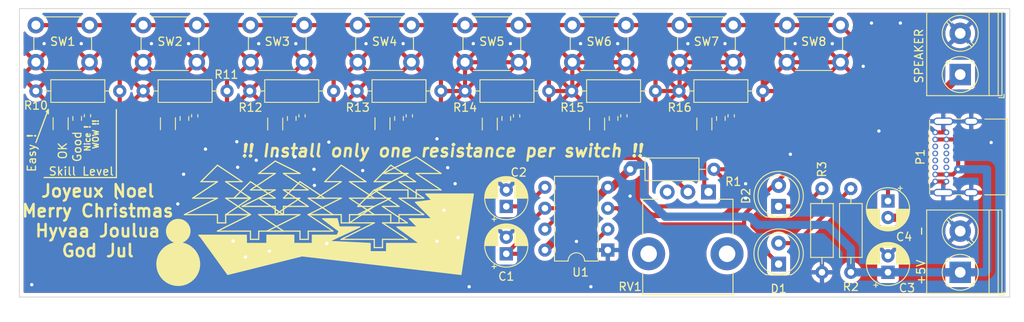
<source format=kicad_pcb>
(kicad_pcb (version 20211014) (generator pcbnew)
  (layers (0 "F.Cu" signal) (31 "B.Cu" signal) (34 "B.Paste" user) (35 "F.Paste" user) (36 "B.SilkS" user "B.Silkscreen") (37 "F.SilkS" user "F.Silkscreen") (38 "B.Mask" user) (39 "F.Mask" user) (44 "Edge.Cuts" user))
  (net 0 "")
  (net 1 "GND")
  (net 2 "Net-(D2-Pad1)")
  (net 3 "+5V")
  (net 4 "Net-(R2-Pad2)")
  (net 5 "Net-(R10-Pad1)")
  (net 6 "Net-(R13-Pad2)")
  (net 7 "Net-(R14-Pad2)")
  (net 8 "Net-(R10-Pad2)")
  (net 9 "Net-(R16-Pad2)")
  (net 10 "Net-(R11-Pad2)")
  (net 11 "Net-(R12-Pad2)")
  (net 12 "Net-(R15-Pad2)")
  (net 17 "Net-(RV1-Pad2)")
  (net 18 "Net-(U1-Pad5)")
  (net 19 "Net-(SW1-Pad2)")
  (net 21 "Net-(D1-Pad1)")
  (net 22 "Net-(LS1-Pad1)")
  (footprint "Resistor_SMD:R_0402_1005Metric" (layer "F.Cu") (at 78.25 70.01 -90)
    (fp_text reference "R43" hide)
    (fp_text value "2k")
  )
  (footprint "Resistor_SMD:R_0201_0603Metric" (layer "F.Cu") (at 40.25 69.82 -90)
    (fp_text reference "R50" hide)
    (fp_text value "2k")
  )
  (footprint "Resistor_THT:R_Axial_DIN0207_L6.3mm_D2.5mm_P10.16mm_Horizontal" (layer "F.Cu") (at 46 67)
    (fp_text reference "R11")
    (fp_text value "2k")
  )
  (footprint "Resistor_THT:R_Axial_DIN0207_L6.3mm_D2.5mm_P10.16mm_Horizontal" (layer "F.Cu") (at 128.25 78.84 -90)
    (fp_text reference "R3")
    (fp_text value "220")
  )
  (footprint "Button_Switch_THT:SW_PUSH_6mm" (layer "F.Cu") (at 104.5 63.5 180)
    (fp_text reference "SW6")
    (fp_text value "SW_Push")
  )
  (footprint "Resistor_SMD:R_0402_1005Metric" (layer "F.Cu") (at 104.25 70.01 -90)
    (fp_text reference "R45" hide)
    (fp_text value "2k")
  )
  (footprint "Button_Switch_THT:SW_PUSH_6mm" (layer "F.Cu") (at 39.5 63.5 180)
    (fp_text reference "SW1")
    (fp_text value "SW_Push")
  )
  (footprint "Resistor_SMD:R_0201_0603Metric" (layer "F.Cu") (at 118.25 69.845 -90)
    (fp_text reference "R56" hide)
    (fp_text value "1k")
  )
  (footprint "LED_THT:LED_D5.0mm" (layer "F.Cu") (at 123 81 90)
    (fp_text reference "D2")
    (fp_text value "LED")
  )
  (footprint "Resistor_SMD:R_0402_1005Metric" (layer "F.Cu") (at 65.25 70.01 -90)
    (fp_text reference "R42" hide)
    (fp_text value "2k")
  )
  (footprint "Resistor_SMD:R_1206_3216Metric" (layer "F.Cu") (at 49 70.9625 -90)
    (fp_text reference "R21" hide)
    (fp_text value "2k")
  )
  (footprint "Resistor_THT:R_Axial_DIN0207_L6.3mm_D2.5mm_P10.16mm_Horizontal" (layer "F.Cu") (at 71.92 67)
    (fp_text reference "R13")
    (fp_text value "2k")
  )
  (footprint "Button_Switch_THT:SW_PUSH_6mm" (layer "F.Cu") (at 130.5 63.5 180)
    (fp_text reference "SW8")
    (fp_text value "SW_Push")
  )
  (footprint "Capacitor_THT:CP_Radial_D5.0mm_P2.00mm" (layer "F.Cu") (at 136.25 80.35 -90)
    (fp_text reference "C4")
    (fp_text value "10uF")
  )
  (footprint "Button_Switch_THT:SW_PUSH_6mm" (layer "F.Cu") (at 52.5 63.5 180)
    (fp_text reference "SW2")
    (fp_text value "SW_Push")
  )
  (footprint "Resistor_SMD:R_1206_3216Metric" (layer "F.Cu") (at 101 71 -90)
    (fp_text reference "R25" hide)
    (fp_text value "2k")
  )
  (footprint "Resistor_SMD:R_1206_3216Metric" (layer "F.Cu") (at 88 71 -90)
    (fp_text reference "R24" hide)
    (fp_text value "2k")
  )
  (footprint "Resistor_THT:R_Axial_DIN0207_L6.3mm_D2.5mm_P10.16mm_Horizontal" (layer "F.Cu") (at 85 67)
    (fp_text reference "R14")
    (fp_text value "2k")
  )
  (footprint "Resistor_SMD:R_0201_0603Metric" (layer "F.Cu") (at 92.25 69.845 -90)
    (fp_text reference "R54" hide)
    (fp_text value "2k")
  )
  (footprint "Resistor_SMD:R_1206_3216Metric" (layer "F.Cu") (at 75 70.9625 -90)
    (fp_text reference "R23" hide)
    (fp_text value "2k")
  )
  (footprint "Resistor_SMD:R_0201_0603Metric" (layer "F.Cu") (at 66.25 69.845 -90)
    (fp_text reference "R52" hide)
    (fp_text value "2k")
  )
  (footprint "Resistor_SMD:R_0603_1608Metric" (layer "F.Cu") (at 116 70.325 -90)
    (fp_text reference "R36" hide)
    (fp_text value "1k")
  )
  (footprint "TerminalBlock_Phoenix:TerminalBlock_Phoenix_PT-1,5-2-5.0-H_1x02_P5.00mm_Horizontal" (layer "F.Cu") (at 145 65 90)
    (fp_text reference "LS1" hide)
    (fp_text value "Speaker")
  )
  (footprint "Resistor_SMD:R_1206_3216Metric" (layer "F.Cu") (at 62 71 -90)
    (fp_text reference "R22" hide)
    (fp_text value "2k")
  )
  (footprint "Capacitor_THT:CP_Radial_D5.0mm_P2.00mm" (layer "F.Cu") (at 136.25 89 90)
    (fp_text reference "C3")
    (fp_text value "10uF")
  )
  (footprint "Resistor_SMD:R_0603_1608Metric" (layer "F.Cu") (at 38 70.325 -90)
    (fp_text reference "R30" hide)
    (fp_text value "2k")
  )
  (footprint "Button_Switch_THT:SW_PUSH_6mm" (layer "F.Cu") (at 65.5 63.5 180)
    (fp_text reference "SW3")
    (fp_text value "SW_Push")
  )
  (footprint "TerminalBlock_Phoenix:TerminalBlock_Phoenix_PT-1,5-2-5.0-H_1x02_P5.00mm_Horizontal" (layer "F.Cu") (at 145 89 90)
    (fp_text reference "J2" hide)
    (fp_text value "Screw_Terminal_01x02")
  )
  (footprint "Resistor_SMD:R_0402_1005Metric" (layer "F.Cu") (at 91.25 70.01 -90)
    (fp_text reference "R44" hide)
    (fp_text value "2k")
  )
  (footprint "Resistor_SMD:R_0201_0603Metric" (layer "F.Cu") (at 79.25 69.845 -90)
    (fp_text reference "R53" hide)
    (fp_text value "2k")
  )
  (footprint "Resistor_SMD:R_0402_1005Metric" (layer "F.Cu") (at 52.25 70.01 -90)
    (fp_text reference "R41" hide)
    (fp_text value "2k")
  )
  (footprint "Button_Switch_THT:SW_PUSH_6mm" (layer "F.Cu") (at 91.5 63.5 180)
    (fp_text reference "SW5")
    (fp_text value "SW_Push")
  )
  (footprint "Resistor_SMD:R_0402_1005Metric" (layer "F.Cu") (at 117.25 70.01 -90)
    (fp_text reference "R46" hide)
    (fp_text value "1k")
  )
  (footprint "Connector_USB:USB_C_Receptacle_GCT_USB4085" (layer "F.Cu") (at 141.975 77.975 90)
    (fp_text reference "P1")
    (fp_text value "USB_C_Plug_USB2.0")
  )
  (footprint "Resistor_SMD:R_0201_0603Metric" (layer "F.Cu") (at 53.25 69.845 -90)
    (fp_text reference "R51" hide)
    (fp_text value "2k")
  )
  (footprint "Resistor_SMD:R_1206_3216Metric" (layer "F.Cu") (at 36 70.9625 -90)
    (fp_text reference "R20" hide)
    (fp_text value "2k")
  )
  (footprint "Package_DIP:DIP-8_W7.62mm" (layer "F.Cu") (at 102.3 86.3 180)
    (fp_text reference "U1")
    (fp_text value "NE555P")
  )
  (footprint "Capacitor_THT:CP_Radial_D5.0mm_P2.00mm" (layer "F.Cu") (at 90 86.75 90)
    (fp_text reference "C1")
    (fp_text value "10uF")
  )
  (footprint "Resistor_SMD:R_0402_1005Metric" (layer "F.Cu") (at 39.25 70 -90)
    (fp_text reference "R40" hide)
    (fp_text value "2k")
  )
  (footprint "Resistor_SMD:R_0603_1608Metric" (layer "F.Cu") (at 90 70.325 -90)
    (fp_text reference "R34" hide)
    (fp_text value "2k")
  )
  (footprint "Resistor_THT:R_Axial_DIN0207_L6.3mm_D2.5mm_P10.16mm_Horizontal" (layer "F.Cu") (at 110.92 67)
    (fp_text reference "R16")
    (fp_text value "1k")
  )
  (footprint "Potentiometer_THT:Potentiometer_TT_P0915N" (layer "F.Cu") (at 114.5 79.25 180)
    (fp_text reference "RV1")
    (fp_text value "10k")
  )
  (footprint "Resistor_SMD:R_0201_0603Metric" (layer "F.Cu") (at 105.25 69.845 -90)
    (fp_text reference "R55" hide)
    (fp_text value "2k")
  )
  (footprint "Resistor_SMD:R_0603_1608Metric" (layer "F.Cu") (at 103 70.325 -90)
    (fp_text reference "R35" hide)
    (fp_text value "2k")
  )
  (footprint "Resistor_SMD:R_0603_1608Metric" (layer "F.Cu") (at 64 70.325 -90)
    (fp_text reference "R32" hide)
    (fp_text value "2k")
  )
  (footprint "Resistor_THT:R_Axial_DIN0207_L6.3mm_D2.5mm_P10.16mm_Horizontal" (layer "F.Cu") (at 33 67)
    (fp_text reference "R10")
    (fp_text value "2k")
  )
  (footprint "LED_THT:LED_D5.0mm" (layer "F.Cu") (at 123 88 90)
    (fp_text reference "D1")
    (fp_text value "LED")
  )
  (footprint "Resistor_THT:R_Axial_DIN0207_L6.3mm_D2.5mm_P10.16mm_Horizontal" (layer "F.Cu") (at 58.92 67)
    (fp_text reference "R12")
    (fp_text value "2k")
  )
  (footprint "Resistor_THT:R_Axial_DIN0207_L6.3mm_D2.5mm_P10.16mm_Horizontal" (layer "F.Cu") (at 131.75 89 90)
    (fp_text reference "R2")
    (fp_text value "220")
  )
  (footprint "Resistor_SMD:R_0603_1608Metric" (layer "F.Cu") (at 51 70.325 -90)
    (fp_text reference "R31" hide)
    (fp_text value "2k")
  )
  (footprint "Capacitor_THT:CP_Radial_D5.0mm_P2.00mm" (layer "F.Cu") (at 90 81 90)
    (fp_text reference "C2")
    (fp_text value "10uF")
  )
  (footprint "Resistor_THT:R_Axial_DIN0207_L6.3mm_D2.5mm_P10.16mm_Horizontal" (layer "F.Cu") (at 105 76.5)
    (fp_text reference "R1")
    (fp_text value "1k")
  )
  (footprint "Resistor_SMD:R_1206_3216Metric" (layer "F.Cu") (at 114 71 -90)
    (fp_text reference "R26" hide)
    (fp_text value "1k")
  )
  (footprint "Button_Switch_THT:SW_PUSH_6mm" (layer "F.Cu") (at 78.5 63.5 180)
    (fp_text reference "SW4")
    (fp_text value "SW_Push")
  )
  (footprint "Resistor_THT:R_Axial_DIN0207_L6.3mm_D2.5mm_P10.16mm_Horizontal" (layer "F.Cu") (at 97.92 67)
    (fp_text reference "R15")
    (fp_text value "2k")
  )
  (footprint "Resistor_SMD:R_0603_1608Metric" (layer "F.Cu") (at 77 70.325 -90)
    (fp_text reference "R33" hide)
    (fp_text value "2k")
  )
  (footprint "Button_Switch_THT:SW_PUSH_6mm" (layer "F.Cu") (at 117.5 63.5 180)
    (fp_text reference "SW7")
    (fp_text value "SW_Push")
  )
  (gr_line (start 56 83) (end 56 82) (layer "F.SilkS") (width 0.15))
  (gr_line (start 76 80) (end 72 82) (layer "F.SilkS") (width 0.15))
  (gr_line (start 66 80) (end 68 80) (layer "F.SilkS") (width 0.15))
  (gr_line (start 55 84) (end 59 84) (layer "F.SilkS") (width 0.15))
  (gr_line (start 56 82) (end 59 82) (layer "F.SilkS") (width 0.15))
  (gr_line (start 66 82) (end 69 82) (layer "F.SilkS") (width 0.15))
  (gr_line (start 62 80) (end 59 78) (layer "F.SilkS") (width 0.15))
  (gr_line (start 63 82) (end 63 81) (layer "F.SilkS") (width 0.15))
  (gr_line (start 34.5 69.75) (end 34.5 69.25) (layer "F.SilkS") (width 0.15))
  (gr_line (start 79.087651 79) (end 82.087651 79) (layer "F.SilkS") (width 0.15))
  (gr_line (start 69 84) (end 66 82) (layer "F.SilkS") (width 0.15))
  (gr_line (start 60 84) (end 63 84) (layer "F.SilkS") (width 0.15))
  (gr_line (start 77 81) (end 74 79) (layer "F.SilkS") (width 0.15))
  (gr_line (start 70 83) (end 71 83) (layer "F.SilkS") (width 0.15))
  (gr_line (start 72 81) (end 74 81) (layer "F.SilkS") (width 0.15))
  (gr_line (start 55 78) (end 52 80) (layer "F.SilkS") (width 0.15))
  (gr_line (start 74 81) (end 71 83) (layer "F.SilkS") (width 0.15))
  (gr_line (start 52 80) (end 55 80) (layer "F.SilkS") (width 0.15))
  (gr_line (start 60 80) (end 62 80) (layer "F.SilkS") (width 0.15))
  (gr_line (start 78 85) (end 75 83) (layer "F.SilkS") (width 0.15))
  (gr_line (start 59 82) (end 56 80) (layer "F.SilkS") (width 0.15))
  (gr_line (start 75 86) (end 75 85) (layer "F.SilkS") (width 0.15))
  (gr_line (start 63 80) (end 65 80) (layer "F.SilkS") (width 0.15))
  (gr_line (start 58 81) (end 62 81) (layer "F.SilkS") (width 0.15))
  (gr_line (start 56 82) (end 59 82) (layer "F.SilkS") (width 0.15))
  (gr_line (start 63 79) (end 66 79) (layer "F.SilkS") (width 0.15))
  (gr_line (start 71 80) (end 74 80) (layer "F.SilkS") (width 0.15))
  (gr_line (start 63 77) (end 65 77) (layer "F.SilkS") (width 0.15))
  (gr_line (start 78.087651 77) (end 74.087651 79) (layer "F.SilkS") (width 0.15))
  (gr_line (start 78 83) (end 75 81) (layer "F.SilkS") (width 0.15))
  (gr_line (start 59 80) (end 56 78) (layer "F.SilkS") (width 0.15))
  (gr_line (start 78.087651 80) (end 79.087651 80) (layer "F.SilkS") (width 0.15))
  (gr_line (start 65 82) (end 61 84) (layer "F.SilkS") (width 0.15))
  (gr_line (start 62 81) (end 62 82) (layer "F.SilkS") (width 0.15))
  (gr_line (start 62 82) (end 65 82) (layer "F.SilkS") (width 0.15))
  (gr_line (start 65 85) (end 66 85) (layer "F.SilkS") (width 0.15))
  (gr_line (start 66 79) (end 63 77) (layer "F.SilkS") (width 0.15))
  (gr_line (start 59 85) (end 60 85) (layer "F.SilkS") (width 0.15))
  (gr_line (start 57 80) (end 59 80) (layer "F.SilkS") (width 0.15))
  (gr_line (start 65 77) (end 62 75.5) (layer "F.SilkS") (width 0.15))
  (gr_line (start 70 76) (end 68 78) (layer "F.SilkS") (width 0.15))
  (gr_line (start 70 78) (end 67 80) (layer "F.SilkS") (width 0.15))
  (gr_line (start 60 85) (end 60 84) (layer "F.SilkS") (width 0.15))
  (gr_line (start 55 80) (end 51 82) (layer "F.SilkS") (width 0.15))
  (gr_line (start 74 83) (end 70 85) (layer "F.SilkS") (width 0.15))
  (gr_line (start 74 80) (end 71 78) (layer "F.SilkS") (width 0.15))
  (gr_line (start 55 82) (end 55 83) (layer "F.SilkS") (width 0.15))
  (gr_line (start 55 76) (end 53 78) (layer "F.SilkS") (width 0.15))
  (gr_line (start 77 80) (end 80 80) (layer "F.SilkS") (width 0.15))
  (gr_line (start 65 78) (end 63 80) (layer "F.SilkS") (width 0.15))
  (gr_line (start 42.75 77.5) (end 42.75 69.25) (layer "F.SilkS") (width 0.15))
  (gr_line (start 72 82) (end 76 82) (layer "F.SilkS") (width 0.15))
  (gr_line (start 79 78) (end 76 76) (layer "F.SilkS") (width 0.15))
  (gr_line (start 76 83) (end 77 83) (layer "F.SilkS") (width 0.15))
  (gr_line (start 66 82) (end 70 82) (layer "F.SilkS") (width 0.15))
  (gr_line (start 82.087651 79) (end 79.087651 77) (layer "F.SilkS") (width 0.15))
  (gr_line (start 63 82) (end 60 80) (layer "F.SilkS") (width 0.15))
  (gr_line (start 77 82) (end 80 82) (layer "F.SilkS") (width 0.15))
  (gr_line (start 59 84) (end 59 85) (layer "F.SilkS") (width 0.15))
  (gr_line (start 75 83) (end 78 83) (layer "F.SilkS") (width 0.15))
  (gr_line (start 76 78) (end 73 80) (layer "F.SilkS") (width 0.15))
  (gr_line (start 75 85) (end 78 85) (layer "F.SilkS") (width 0.15))
  (gr_line (start 74 86) (end 75 86) (layer "F.SilkS") (width 0.15))
  (gr_line (start 71 78) (end 73 78) (layer "F.SilkS") (width 0.15))
  (gr_line (start 74 79) (end 72 81) (layer "F.SilkS") (width 0.15))
  (gr_line (start 59 79) (end 62 79) (layer "F.SilkS") (width 0.15))
  (gr_line (start 80 80) (end 77 78) (layer "F.SilkS") (width 0.15))
  (gr_line (start 66 84) (end 69 84) (layer "F.SilkS") (width 0.15))
  (gr_line (start 62 82) (end 63 82) (layer "F.SilkS") (width 0.15))
  (gr_line (start 65 80) (end 62 82) (layer "F.SilkS") (width 0.15))
  (gr_line (start 59 78) (end 57 80) (layer "F.SilkS") (width 0.15))
  (gr_line (start 79.087651 77) (end 82.087651 77) (layer "F.SilkS") (width 0.15))
  (gr_line (start 82.087651 77) (end 79.087651 75) (layer "F.SilkS") (width 0.15))
  (gr_line (start 51 82) (end 55 82) (layer "F.SilkS") (width 0.15))
  (gr_line (start 33 73.25) (end 34.5 69.25) (layer "F.SilkS") (width 0.15))
  (gr_line (start 62 79) (end 58 81) (layer "F.SilkS") (width 0.15))
  (gr_line (start 71 83) (end 74 83) (layer "F.SilkS") (width 0.15))
  (gr_line (start 62 75.5) (end 60 77) (layer "F.SilkS") (width 0.15))
  (gr_line (start 63 84) (end 60 82) (layer "F.SilkS") (width 0.15))
  (gr_line (start 75 81) (end 77 81) (layer "F.SilkS") (width 0.15))
  (gr_line (start 70 82) (end 70 83) (layer "F.SilkS") (width 0.15))
  (gr_line (start 78.087651 79) (end 78.087651 80) (layer "F.SilkS") (width 0.15))
  (gr_circle (center 42.828426 80) (end 42.828426 80) (layer "F.SilkS") (width 0.15) (fill none))
  (gr_line (start 68 80) (end 65 78) (layer "F.SilkS") (width 0.15))
  (gr_line (start 61 84) (end 65 84) (layer "F.SilkS") (width 0.15))
  (gr_line (start 70 80) (end 66 82) (layer "F.SilkS") (width 0.15))
  (gr_line (start 59 80) (end 56 82) (layer "F.SilkS") (width 0.15))
  (gr_line (start 55 83) (end 56 83) (layer "F.SilkS") (width 0.15))
  (gr_line (start 70 85) (end 74 85) (layer "F.SilkS") (width 0.15))
  (gr_line (start 60 77) (end 62 77) (layer "F.SilkS") (width 0.15))
  (gr_line (start 71 83) (end 71 82) (layer "F.SilkS") (width 0.15))
  (gr_line (start 34 77.5) (end 42.75 77.5) (layer "F.SilkS") (width 0.15))
  (gr_line (start 73 80) (end 76 80) (layer "F.SilkS") (width 0.15))
  (gr_line (start 56 80) (end 59 80) (layer "F.SilkS") (width 0.15))
  (gr_circle (center 50.25 84) (end 51.664214 84) (layer "F.SilkS") (width 0.15) (fill solid))
  (gr_line (start 56 78) (end 58 78) (layer "F.SilkS") (width 0.15))
  (gr_line (start 66 81) (end 63 79) (layer "F.SilkS") (width 0.15))
  (gr_line (start 69 82) (end 66 80) (layer "F.SilkS") (width 0.15))
  (gr_line (start 79.087651 80) (end 79.087651 79) (layer "F.SilkS") (width 0.15))
  (gr_line (start 63 81) (end 66 81) (layer "F.SilkS") (width 0.15))
  (gr_poly (pts (xy 84.5 89.25) (xy 65.25 87) (xy 56.25 89.25) (xy 53 84.75) (xy 52.75 84.5) (xy 58.5 84.5) (xy 58.5 85.5) (xy 61 85.5) (xy 61 84.5) (xy 64.25 84.5) (xy 64.25 85.5) (xy 66.5 85.5) (xy 66.5 84.5) (xy 69.5 84.5) (xy 69.75 84) (xy 67.75 82.5) (xy 69.5 82.5) (xy 69.75 83.5) (xy 72.25 83.5) (xy 68.5 85.25) (xy 73.5 85.5) (xy 73.5 86.5) (xy 75.5 86.5) (xy 75.5 85.5) (xy 79.5 85.5) (xy 76.75 83.5) (xy 79.25 83.5) (xy 78.25 82.5) (xy 81 82.5) (xy 79 80.5) (xy 81 80.25) (xy 80.25 79.5) (xy 86 79.5)) (layer "F.SilkS") (width 0.15) (fill solid))
  (gr_line (start 71 82) (end 74 82) (layer "F.SilkS") (width 0.15))
  (gr_line (start 80 82) (end 77 80) (layer "F.SilkS") (width 0.15))
  (gr_line (start 59 82) (end 55 84) (layer "F.SilkS") (width 0.15))
  (gr_line (start 34.5 69.25) (end 34.25 69.5) (layer "F.SilkS") (width 0.15))
  (gr_line (start 76 76) (end 74 78) (layer "F.SilkS") (width 0.15))
  (gr_line (start 34.5 69.25) (end 34.5 69.75) (layer "F.SilkS") (width 0.15))
  (gr_line (start 58 78) (end 55 76) (layer "F.SilkS") (width 0.15))
  (gr_line (start 62 77) (end 59 79) (layer "F.SilkS") (width 0.15))
  (gr_line (start 74 82) (end 71 80) (layer "F.SilkS") (width 0.15))
  (gr_line (start 67 80) (end 70 80) (layer "F.SilkS") (width 0.15))
  (gr_line (start 53 78) (end 55 78) (layer "F.SilkS") (width 0.15))
  (gr_circle (center 50.25 88) (end 52.835787 88) (layer "F.SilkS") (width 0.15) (fill solid))
  (gr_line (start 77 78) (end 79 78) (layer "F.SilkS") (width 0.15))
  (gr_line (start 74 85) (end 74 86) (layer "F.SilkS") (width 0.15))
  (gr_line (start 68 78) (end 70 78) (layer "F.SilkS") (width 0.15))
  (gr_line (start 73 78) (end 70 76) (layer "F.SilkS") (width 0.15))
  (gr_line (start 65 84) (end 65 85) (layer "F.SilkS") (width 0.15))
  (gr_line (start 60 82) (end 63 82) (layer "F.SilkS") (width 0.15))
  (gr_line (start 74 78) (end 76 78) (layer "F.SilkS") (width 0.15))
  (gr_line (start 74.087651 79) (end 78.087651 79) (layer "F.SilkS") (width 0.15))
  (gr_line (start 76 82) (end 76 83) (layer "F.SilkS") (width 0.15))
  (gr_line (start 66 85) (end 66 84) (layer "F.SilkS") (width 0.15))
  (gr_line (start 79.087651 75) (end 75.087651 77) (layer "F.SilkS") (width 0.15))
  (gr_line (start 75.087651 77) (end 78.087651 77) (layer "F.SilkS") (width 0.15))
  (gr_line (start 77 83) (end 77 82) (layer "F.SilkS") (width 0.15))
  (gr_line (start 31 92) (end 151 92) (layer "Edge.Cuts") (width 0.1))
  (gr_line (start 151 57) (end 31 57) (layer "Edge.Cuts") (width 0.1))
  (gr_line (start 151 92) (end 151 57) (layer "Edge.Cuts") (width 0.1))
  (gr_line (start 31 57) (end 31 92) (layer "Edge.Cuts") (width 0.1))
  (gr_text "Joyeux Noel\nMerry Christmas\nHyvaa Joulua\nGod Jul" (at 40.5 82.75) (layer "F.SilkS") (effects (font (size 1.5 1.5) (thickness 0.3))))
  (gr_text "Easy !" (at 32.5 74.5 90) (layer "F.SilkS") (effects (font (size 1 1))))
  (gr_text "SPEAKER\n" (at 140 62.75 90) (layer "F.SilkS") (effects (font (size 1 1))))
  (gr_text "WOW !!\n" (at 40.25 72.25 90) (layer "F.SilkS") (effects (font (size 0.7 0.7))))
  (gr_text "+5V\n" (at 140.25 89 90) (layer "F.SilkS") (effects (font (size 1 1))))
  (gr_text "Skill Level" (at 38.5 76.75) (layer "F.SilkS") (effects (font (size 1 1))))
  (gr_text "Good" (at 38 73.75 90) (layer "F.SilkS") (effects (font (size 1 1))))
  (gr_text "OK" (at 36.25 74.25 90) (layer "F.SilkS") (effects (font (size 1 1))))
  (gr_text "-" (at 140.25 84 90) (layer "F.SilkS") (effects (font (size 1 1))))
  (gr_text "Nice !" (at 39.25 72.75 90) (layer "F.SilkS") (effects (font (size 0.7 0.7))))
  (gr_text "!! Install only one resistance per switch !!" (at 82.25 74.25) (layer "F.SilkS") (effects (font (size 1.5 1.5) (thickness 0.3) italic)))
  (segment (start 142.955 79.325) (end 142.955 78.345) (width 0.5) (layer "F.Cu") (net 1))
  (segment (start 142.955 78.345) (end 143.325 77.975) (width 0.5) (layer "F.Cu") (net 1))
  (segment (start 143.325 72.025) (end 141.975 72.025) (width 0.5) (layer "F.Cu") (net 1))
  (segment (start 142.955 70.675) (end 142.955 71.655) (width 0.5) (layer "F.Cu") (net 1))
  (segment (start 143.325 77.975) (end 141.975 77.975) (width 0.5) (layer "F.Cu") (net 1))
  (segment (start 142.955 71.655) (end 143.325 72.025) (width 0.5) (layer "F.Cu") (net 1))
  (via (at 77.5 61.25) (size 0.8) (drill 0.4) (layers "F.Cu" "B.Cu") (net 1))
  (via (at 124.422655 74.672655) (size 0.8) (drill 0.4) (layers "F.Cu" "B.Cu") (net 1))
  (via (at 56.9 85.2) (size 0.8) (drill 0.4) (layers "F.Cu" "B.Cu") (net 1))
  (via (at 84.156 84.771303) (size 0.8) (drill 0.4) (layers "F.Cu" "B.Cu") (net 1))
  (via (at 68.25 85.5) (size 0.8) (drill 0.4) (layers "F.Cu" "B.Cu") (net 1))
  (via (at 66.75 78.45) (size 0.8) (drill 0.4) (layers "F.Cu" "B.Cu") (net 1))
  (via (at 116.5 61.25) (size 0.8) (drill 0.4) (layers "F.Cu" "B.Cu") (net 1))
  (via (at 64.5 61.25) (size 0.8) (drill 0.4) (layers "F.Cu" "B.Cu") (net 1))
  (via (at 72.6 76.65) (size 0.8) (drill 0.4) (layers "F.Cu" "B.Cu") (net 1))
  (via (at 125 61.25) (size 0.8) (drill 0.4) (layers "F.Cu" "B.Cu") (net 1))
  (via (at 50.2 80.7) (size 0.8) (drill 0.4) (layers "F.Cu" "B.Cu") (net 1))
  (via (at 68.5 73.2) (size 0.8) (drill 0.4) (layers "F.Cu" "B.Cu") (net 1))
  (via (at 60 61.25) (size 0.8) (drill 0.4) (layers "F.Cu" "B.Cu") (net 1))
  (via (at 103.5 61.25) (size 0.8) (drill 0.4) (layers "F.Cu" "B.Cu") (net 1))
  (via (at 100.25 90.75) (size 0.8) (drill 0.4) (layers "F.Cu" "B.Cu") (net 1))
  (via (at 135.15 71.85) (size 0.8) (drill 0.4) (layers "F.Cu" "B.Cu") (net 1))
  (via (at 64.35 75) (size 0.8) (drill 0.4) (layers "F.Cu" "B.Cu") (net 1))
  (via (at 38.5 61.25) (size 0.8) (drill 0.4) (layers "F.Cu" "B.Cu") (net 1))
  (via (at 90.5 61.25) (size 0.8) (drill 0.4) (layers "F.Cu" "B.Cu") (net 1))
  (via (at 137.75 58.75) (size 0.8) (drill 0.4) (layers "F.Cu" "B.Cu") (net 1))
  (via (at 119 80) (size 0.8) (drill 0.4) (layers "F.Cu" "B.Cu") (net 1))
  (via (at 57.35 73.15) (size 0.8) (drill 0.4) (layers "F.Cu" "B.Cu") (net 1))
  (via (at 47 61.25) (size 0.8) (drill 0.4) (layers "F.Cu" "B.Cu") (net 1))
  (via (at 51.5 61.25) (size 0.8) (drill 0.4) (layers "F.Cu" "B.Cu") (net 1))
  (via (at 134.25 58.75) (size 0.8) (drill 0.4) (layers "F.Cu" "B.Cu") (net 1))
  (via (at 129.5 61.25) (size 0.8) (drill 0.4) (layers "F.Cu" "B.Cu") (net 1))
  (via (at 82.9 76.3) (size 0.8) (drill 0.4) (layers "F.Cu" "B.Cu") (net 1))
  (via (at 99 61.25) (size 0.8) (drill 0.4) (layers "F.Cu" "B.Cu") (net 1))
  (via (at 83.8 78.25) (size 0.8) (drill 0.4) (layers "F.Cu" "B.Cu") (net 1))
  (via (at 58.386458 87.142459) (size 0.8) (drill 0.4) (layers "F.Cu" "B.Cu") (net 1))
  (via (at 81.6 72.8) (size 0.8) (drill 0.4) (layers "F.Cu" "B.Cu") (net 1))
  (via (at 73 61.25) (size 0.8) (drill 0.4) (layers "F.Cu" "B.Cu") (net 1))
  (via (at 82.455926 81.460633) (size 0.8) (drill 0.4) (layers "F.Cu" "B.Cu") (net 1))
  (via (at 34 61.25) (size 0.8) (drill 0.4) (layers "F.Cu" "B.Cu") (net 1))
  (via (at 50.9 77.1) (size 0.8) (drill 0.4) (layers "F.Cu" "B.Cu") (net 1))
  (via (at 112 61.25) (size 0.8) (drill 0.4) (layers "F.Cu" "B.Cu") (net 1))
  (via (at 66.7 76.5) (size 0.8) (drill 0.4) (layers "F.Cu" "B.Cu") (net 1))
  (via (at 62.2 74.85) (size 0.8) (drill 0.4) (layers "F.Cu" "B.Cu") (net 1))
  (via (at 61.29448 86.426638) (size 0.8) (drill 0.4) (layers "F.Cu" "B.Cu") (net 1))
  (via (at 119 78.25) (size 0.8) (drill 0.4) (layers "F.Cu" "B.Cu") (net 1))
  (via (at 148.75 73.25) (size 0.8) (drill 0.4) (layers "F.Cu" "B.Cu") (net 1))
  (via (at 85.5 90.75) (size 0.8) (drill 0.4) (layers "F.Cu" "B.Cu") (net 1))
  (via (at 86 61.25) (size 0.8) (drill 0.4) (layers "F.Cu" "B.Cu") (net 1))
  (via (at 57.45 76.25) (size 0.8) (drill 0.4) (layers "F.Cu" "B.Cu") (net 1))
  (via (at 59.7 75.4) (size 0.8) (drill 0.4) (layers "F.Cu" "B.Cu") (net 1))
  (via (at 81.605889 85.218691) (size 0.8) (drill 0.4) (layers "F.Cu" "B.Cu") (net 1))
  (via (at 98.5 85.25) (size 0.8) (drill 0.4) (layers "F.Cu" "B.Cu") (net 1))
  (via (at 53.55 74.05) (size 0.8) (drill 0.4) (layers "F.Cu" "B.Cu") (net 1))
  (via (at 105 79.75) (size 0.8) (drill 0.4) (layers "F.Cu" "B.Cu") (net 1))
  (via (at 32.5 90.5) (size 0.8) (drill 0.4) (layers "F.Cu" "B.Cu") (net 1))
  (via (at 133.25 64) (size 0.8) (drill 0.4) (layers "F.Cu" "B.Cu") (net 1))
  (segment (start 126.09 81) (end 128.25 78.84) (width 0.5) (layer "F.Cu") (net 2))
  (segment (start 123 81) (end 126.09 81) (width 0.5) (layer "F.Cu") (net 2))
  (segment (start 102.3 78.68) (end 102.82 78.68) (width 1) (layer "F.Cu") (net 3))
  (segment (start 141.975 77.125) (end 143.325 77.125) (width 0.5) (layer "F.Cu") (net 3))
  (segment (start 144.75 76.5) (end 144.125 77.125) (width 0.5) (layer "F.Cu") (net 3))
  (segment (start 143.325 72.875) (end 144.375 72.875) (width 0.5) (layer "F.Cu") (net 3))
  (segment (start 144.375 72.875) (end 144.75 73.25) (width 0.5) (layer "F.Cu") (net 3))
  (segment (start 144.75 73.25) (end 144.75 76.5) (width 0.5) (layer "F.Cu") (net 3))
  (segment (start 102.82 78.68) (end 105 76.5) (width 1) (layer "F.Cu") (net 3))
  (segment (start 141.975 72.875) (end 143.325 72.875) (width 0.5) (layer "F.Cu") (net 3))
  (segment (start 94.68 86.3) (end 102.3 78.68) (width 1) (layer "F.Cu") (net 3))
  (segment (start 144.125 77.125) (end 143.325 77.125) (width 0.5) (layer "F.Cu") (net 3))
  (via (at 144.75 76.5) (size 0.8) (drill 0.4) (layers "F.Cu" "B.Cu") (net 3))
  (segment (start 131.75 89) (end 131.75 86.128678) (width 1) (layer "B.Cu") (net 3))
  (segment (start 120.5 83.25) (end 119.5 82.25) (width 1) (layer "B.Cu") (net 3))
  (segment (start 119.5 82.25) (end 109.25 82.25) (width 1) (layer "B.Cu") (net 3))
  (segment (start 148 89) (end 148.25 88.75) (width 1) (layer "B.Cu") (net 3))
  (segment (start 136.25 89) (end 131.75 89) (width 1) (layer "B.Cu") (net 3))
  (segment (start 106.67 79.67) (end 106.67 76) (width 1) (layer "B.Cu") (net 3))
  (segment (start 145 89) (end 143.25 89) (width 1) (layer "B.Cu") (net 3))
  (segment (start 128.871321 83.25) (end 120.5 83.25) (width 1) (layer "B.Cu") (net 3))
  (segment (start 148.25 88.75) (end 148.25 76.5) (width 1) (layer "B.Cu") (net 3))
  (segment (start 106.67 76) (end 104.98 76) (width 1) (layer "B.Cu") (net 3))
  (segment (start 148.25 76.5) (end 144.75 76.5) (width 1) (layer "B.Cu") (net 3))
  (segment (start 131.75 86.128678) (end 128.871321 83.25) (width 1) (layer "B.Cu") (net 3))
  (segment (start 109.25 82.25) (end 106.67 79.67) (width 1) (layer "B.Cu") (net 3))
  (segment (start 143.25 89) (end 136.25 89) (width 1) (layer "B.Cu") (net 3))
  (segment (start 143.25 89) (end 148 89) (width 1) (layer "B.Cu") (net 3))
  (segment (start 123 85.46) (end 125.13 85.46) (width 0.5) (layer "F.Cu") (net 4))
  (segment (start 125.13 85.46) (end 131.75 78.84) (width 0.5) (layer "F.Cu") (net 4))
  (segment (start 85 63.5) (end 85 67) (width 0.5) (layer "F.Cu") (net 6))
  (segment (start 91.5 63.5) (end 85 63.5) (width 0.5) (layer "F.Cu") (net 6))
  (segment (start 85 67) (end 82.08 67) (width 0.5) (layer "F.Cu") (net 6))
  (segment (start 98 63.5) (end 98 66.92) (width 0.5) (layer "F.Cu") (net 7))
  (segment (start 97.92 67) (end 95.16 67) (width 0.5) (layer "F.Cu") (net 7))
  (segment (start 98 66.92) (end 97.92 67) (width 0.5) (layer "F.Cu") (net 7))
  (segment (start 104.5 63.5) (end 98 63.5) (width 0.5) (layer "F.Cu") (net 7))
  (segment (start 121.08 66.42) (end 124 63.5) (width 0.5) (layer "F.Cu") (net 9))
  (segment (start 121.08 67) (end 121.08 66.42) (width 0.5) (layer "F.Cu") (net 9))
  (segment (start 114.5 79.25) (end 113.985 78.735) (width 0.5) (layer "F.Cu") (net 9))
  (segment (start 130.5 63.5) (end 124 63.5) (width 0.5) (layer "F.Cu") (net 9))
  (segment (start 113.985 72.4775) (end 114 72.4625) (width 0.5) (layer "F.Cu") (net 9))
  (segment (start 113.985 78.735) (end 113.985 72.4775) (width 0.5) (layer "F.Cu") (net 9))
  (segment (start 110.92 67) (end 108.08 67) (width 0.5) (layer "F.Cu") (net 12))
  (segment (start 117.5 63.5) (end 111 63.5) (width 0.5) (layer "F.Cu") (net 12))
  (segment (start 111 66.92) (end 110.92 67) (width 0.5) (layer "F.Cu") (net 12))
  (segment (start 111 63.5) (end 111 66.92) (width 0.5) (layer "F.Cu") (net 12))
  (segment (start 90 86.75) (end 91.5 86.75) (width 0.5) (layer "F.Cu") (net 17))
  (segment (start 94.68 81.22) (end 91.875 84.025) (width 0.5) (layer "F.Cu") (net 17))
  (segment (start 107.25 74.5) (end 112 79.25) (width 0.5) (layer "F.Cu") (net 17))
  (segment (start 91.5 86.75) (end 93.5 88.75) (width 0.5) (layer "F.Cu") (net 17))
  (segment (start 91.875 84.025) (end 91.875 84.875) (width 0.5) (layer "F.Cu") (net 17))
  (segment (start 94.68 81.22) (end 96.03 81.22) (width 0.5) (layer "F.Cu") (net 17))
  (segment (start 97.31 88.75) (end 102.3 83.76) (width 0.5) (layer "F.Cu") (net 17))
  (segment (start 93.5 88.75) (end 97.31 88.75) (width 0.5) (layer "F.Cu") (net 17))
  (segment (start 91.875 84.875) (end 90 86.75) (width 0.5) (layer "F.Cu") (net 17))
  (segment (start 102.75 74.5) (end 107.25 74.5) (width 0.5) (layer "F.Cu") (net 17))
  (segment (start 96.03 81.22) (end 102.75 74.5) (width 0.5) (layer "F.Cu") (net 17))
  (segment (start 90 81) (end 92.36 81) (width 0.5) (layer "F.Cu") (net 18))
  (segment (start 92.36 81) (end 94.68 78.68) (width 0.5) (layer "F.Cu") (net 18))
  (segment (start 39.5 59) (end 46 59) (width 0.5) (layer "F.Cu") (net 19))
  (segment (start 117.5 59) (end 124 59) (width 0.5) (layer "F.Cu") (net 19))
  (segment (start 65.5 59) (end 72 59) (width 0.5) (layer "F.Cu") (net 19))
  (segment (start 126.5 71.5) (end 129 69) (width 0.5) (layer "F.Cu") (net 19))
  (segment (start 72 59) (end 78.5 59) (width 0.5) (layer "F.Cu") (net 19))
  (segment (start 85 59) (end 91.5 59) (width 0.5) (layer "F.Cu") (net 19))
  (segment (start 123.5 71.5) (end 126.5 71.5) (width 0.5) (layer "F.Cu") (net 19))
  (segment (start 107 80) (end 108 81) (width 0.5) (layer "F.Cu") (net 19))
  (segment (start 46 59) (end 52.5 59) (width 0.5) (layer "F.Cu") (net 19))
  (segment (start 132 69) (end 134.75 66.25) (width 0.5) (layer "F.Cu") (net 19))
  (segment (start 94.68 83.76) (end 103.315499 75.124501) (width 0.5) (layer "F.Cu") (net 19))
  (segment (start 115.16 76.5) (end 116.5 76.5) (width 0.5) (layer "F.Cu") (net 19))
  (segment (start 134.75 66.25) (end 134.75 63.25) (width 0.5) (layer "F.Cu") (net 19))
  (segment (start 117 80) (end 116 81) (width 0.5) (layer "F.Cu") (net 19))
  (segment (start 108 81) (end 116 81) (width 0.5) (layer "F.Cu") (net 19))
  (segment (start 119 74) (end 121 74) (width 0.5) (layer "F.Cu") (net 19))
  (segment (start 105.875499 75.124501) (end 107 76.249002) (width 0.5) (layer "F.Cu") (net 19))
  (segment (start 104.5 59) (end 111 59) (width 0.5) (layer "F.Cu") (net 19))
  (segment (start 107 76.249002) (end 107 80) (width 0.5) (layer "F.Cu") (net 19))
  (segment (start 121 74) (end 123.5 71.5) (width 0.5) (layer "F.Cu") (net 19))
  (segment (start 134.75 63.25) (end 130.5 59) (width 0.5) (layer "F.Cu") (net 19))
  (segment (start 98 59) (end 104.5 59) (width 0.5) (layer "F.Cu") (net 19))
  (segment (start 91.5 59) (end 98 59) (width 0.5) (layer "F.Cu") (net 19))
  (segment (start 52.5 59) (end 59 59) (width 0.5) (layer "F.Cu") (net 19))
  (segment (start 78.5 59) (end 85 59) (width 0.5) (layer "F.Cu") (net 19))
  (segment (start 129 69) (end 132 69) (width 0.5) (layer "F.Cu") (net 19))
  (segment (start 59 59) (end 65.5 59) (width 0.5) (layer "F.Cu") (net 19))
  (segment (start 124 59) (end 130.5 59) (width 0.5) (layer "F.Cu") (net 19))
  (segment (start 116.5 76.5) (end 119 74) (width 0.5) (layer "F.Cu") (net 19))
  (segment (start 117 78.34) (end 115.16 76.5) (width 0.5) (layer "F.Cu") (net 19))
  (segment (start 103.315499 75.124501) (end 105.875499 75.124501) (width 0.5) (layer "F.Cu") (net 19))
  (segment (start 117 80) (end 117 78.34) (width 0.5) (layer "F.Cu") (net 19))
  (segment (start 33 59) (end 39.5 59) (width 0.5) (layer "F.Cu") (net 19))
  (segment (start 111 59) (end 117.5 59) (width 0.5) (layer "F.Cu") (net 19))
  (segment (start 121.94 78.875) (end 124.315 76.5) (width 0.5) (layer "F.Cu") (net 21))
  (segment (start 105.435 83.185) (end 118.815 83.185) (width 0.5) (layer "F.Cu") (net 21))
  (segment (start 104.125 81.875) (end 103.47 81.22) (width 0.5) (layer "F.Cu") (net 21))
  (segment (start 135.625 77.375) (end 136.25 78) (width 0.5) (layer "F.Cu") (net 21))
  (segment (start 134.75 76.5) (end 135.625 77.375) (width 0.5) (layer "F.Cu") (net 21))
  (segment (start 124.315 76.5) (end 134.75 76.5) (width 0.5) (layer "F.Cu") (net 21))
  (segment (start 136.25 78) (end 136.25 80.375) (width 0.5) (layer "F.Cu") (net 21))
  (segment (start 118.815 83.815) (end 118.815 83.185) (width 0.5) (layer "F.Cu") (net 21))
  (segment (start 121.94 78.875) (end 118.815 82) (width 0.5) (layer "F.Cu") (net 21))
  (segment (start 123 88) (end 118.815 83.815) (width 0.5) (layer "F.Cu") (net 21))
  (segment (start 118.815 83.185) (end 118.815 82) (width 0.5) (layer "F.Cu") (net 21))
  (segment (start 104.125 81.875) (end 105.435 83.185) (width 0.5) (layer "F.Cu") (net 21))
  (segment (start 103.47 81.22) (end 102.3 81.22) (width 0.5) (layer "F.Cu") (net 21))
  (segment (start 139.5 70.5) (end 139.5 81.5) (width 1) (layer "F.Cu") (net 22))
  (segment (start 138.625 82.375) (end 136.25 82.375) (width 1) (layer "F.Cu") (net 22))
  (segment (start 139.5 81.5) (end 138.625 82.375) (width 1) (layer "F.Cu") (net 22))
  (segment (start 145 65) (end 139.5 70.5) (width 1) (layer "F.Cu") (net 22))
  (zone (net 7) (net_name "Net-(R14-Pad2)") (layer "F.Cu") (priority 3) (connect_pads (clearance 0.254)) (min_thickness 0.254) (fill yes (thermal_gap 0.508) (thermal_bridge_width 0.508))
    (polygon (pts (xy 105.25 69.75) (xy 99.75 70.25) (xy 89 73) (xy 87.25 73) (xy 87.25 71.75) (xy 92.75 70) (xy 94.25 65.5) (xy 96.5 62) (xy 106 62)))
  )
  (zone (net 9) (net_name "Net-(R16-Pad2)") (layer "F.Cu") (priority 3) (connect_pads (clearance 0.254)) (min_thickness 0.254) (fill yes (thermal_gap 0.508) (thermal_bridge_width 0.508))
    (polygon (pts (xy 132 65) (xy 124 69) (xy 115 73) (xy 113.25 73) (xy 113.25 71.75) (xy 118.75 70) (xy 120.25 65.5) (xy 122.5 62) (xy 132 62)))
  )
  (zone (net 12) (net_name "Net-(R15-Pad2)") (layer "F.Cu") (priority 3) (connect_pads (clearance 0.254)) (min_thickness 0.254) (fill yes (thermal_gap 0.508) (thermal_bridge_width 0.508))
    (polygon (pts (xy 118.5 69.75) (xy 112.75 70.25) (xy 102 73) (xy 100.25 73) (xy 100.25 71.75) (xy 105.5 70) (xy 107.25 65.5) (xy 109.5 62) (xy 119 62)))
  )
  (zone (net 11) (net_name "Net-(R12-Pad2)") (layer "F.Cu") (priority 3) (connect_pads (clearance 0.254)) (min_thickness 0.254) (fill yes (thermal_gap 0.508) (thermal_bridge_width 0.508))
    (polygon (pts (xy 79.5 69.75) (xy 73.75 70.25) (xy 63 73) (xy 61.25 73) (xy 61.25 71.75) (xy 66.75 70) (xy 68.25 65.5) (xy 70.5 62) (xy 80 62)))
  )
  (zone (net 1) (net_name "GND") (layers F&B.Cu) (connect_pads (clearance 0.508)) (min_thickness 0.254) (fill yes (thermal_gap 0.508) (thermal_bridge_width 0.508))
    (polygon (pts (xy 151 92) (xy 31 92) (xy 31 57) (xy 151 57)))
  )
  (zone (net 10) (net_name "Net-(R11-Pad2)") (layer "F.Cu") (priority 3) (connect_pads (clearance 0.254)) (min_thickness 0.254) (fill yes (thermal_gap 0.508) (thermal_bridge_width 0.508))
    (polygon (pts (xy 66.5 69.75) (xy 60.75 70.25) (xy 50 73) (xy 48.25 73) (xy 48.25 71.75) (xy 53.75 70) (xy 55.25 65.5) (xy 57.5 62) (xy 67 62)))
  )
  (zone (net 5) (net_name "Net-(R10-Pad1)") (layer "F.Cu") (priority 3) (connect_pads (clearance 0.254)) (min_thickness 0.254) (fill yes (thermal_gap 0.508) (thermal_bridge_width 0.508))
    (polygon (pts (xy 40.5 69.75) (xy 34.75 70.25) (xy 31.5 67) (xy 31.5 62) (xy 41 62)))
  )
  (zone (net 6) (net_name "Net-(R13-Pad2)") (layer "F.Cu") (priority 3) (connect_pads (clearance 0.254)) (min_thickness 0.254) (fill yes (thermal_gap 0.508) (thermal_bridge_width 0.508))
    (polygon (pts (xy 92.5 69.75) (xy 86.75 70.25) (xy 76 73) (xy 74.25 73) (xy 74.25 71.75) (xy 79.75 70) (xy 81.25 65.5) (xy 83.5 62) (xy 93 62)))
  )
  (zone (net 8) (net_name "Net-(R10-Pad2)") (layer "F.Cu") (priority 3) (connect_pads (clearance 0.254)) (min_thickness 0.254) (fill yes (thermal_gap 0.508) (thermal_bridge_width 0.508))
    (polygon (pts (xy 53.5 69.75) (xy 47.75 70.25) (xy 37 73) (xy 35.25 73) (xy 35.25 71.75) (xy 40.75 70) (xy 42.25 65.5) (xy 44.5 62) (xy 54 62)))
  )
)
</source>
